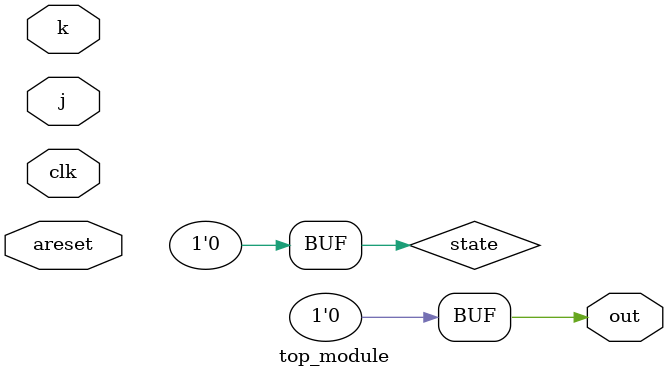
<source format=sv>
module top_module (
    input clk,
    input j,
    input k,
    input areset,
    output reg out
);

reg state;
parameter A = 1'b0, B = 1'b1;

// Combinational logic for next state
always @(*) begin
    case (state)
        A: state = j ? B : A;
        B: state = k ? A : B;
        default: state = A;
    endcase
end

// Sequential logic for state update
always @(posedge clk or posedge areset) begin
    if (areset) begin
        state <= A;
    end else begin
        state <= state;
    end
end

// Output logic
always @(*) begin
    out = (state == B);
end

endmodule

</source>
